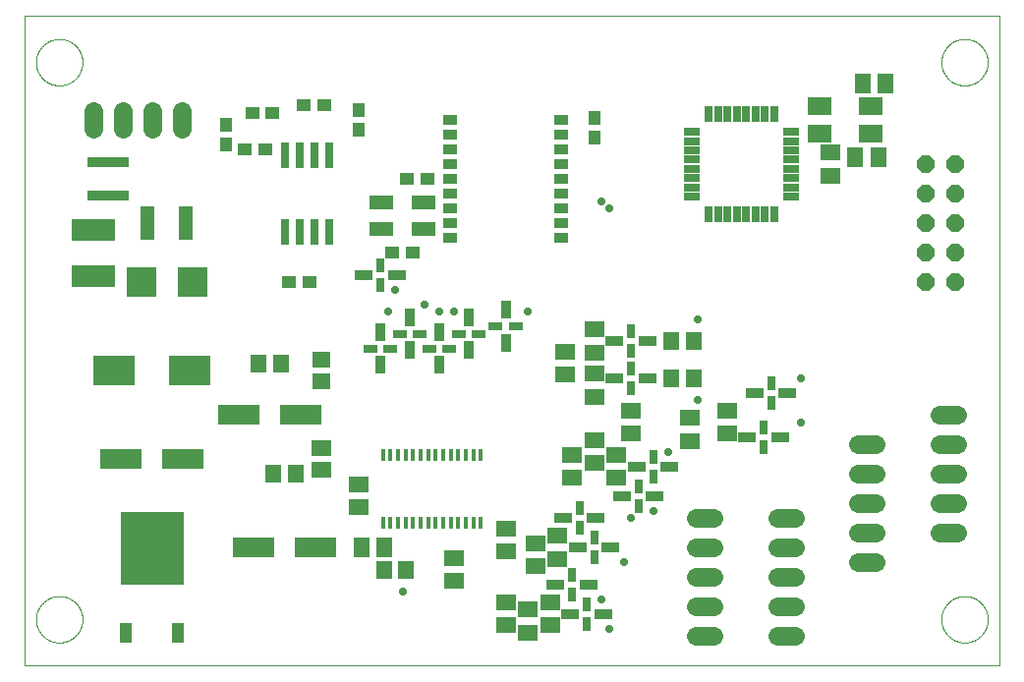
<source format=gts>
G75*
%MOIN*%
%OFA0B0*%
%FSLAX25Y25*%
%IPPOS*%
%LPD*%
%AMOC8*
5,1,8,0,0,1.08239X$1,22.5*
%
%ADD10C,0.00004*%
%ADD11R,0.05124X0.11424*%
%ADD12R,0.05518X0.06699*%
%ADD13R,0.06699X0.05518*%
%ADD14R,0.14180X0.10243*%
%ADD15R,0.14180X0.06699*%
%ADD16R,0.05518X0.06306*%
%ADD17R,0.06306X0.05518*%
%ADD18R,0.04337X0.04731*%
%ADD19R,0.04731X0.04337*%
%ADD20R,0.05912X0.03550*%
%ADD21R,0.02762X0.04731*%
%ADD22R,0.03550X0.05912*%
%ADD23R,0.04731X0.02762*%
%ADD24R,0.09849X0.09849*%
%ADD25R,0.21660X0.24809*%
%ADD26R,0.04337X0.06699*%
%ADD27R,0.05400X0.02600*%
%ADD28R,0.02600X0.05400*%
%ADD29R,0.14573X0.07487*%
%ADD30R,0.07880X0.05912*%
%ADD31R,0.07880X0.04731*%
%ADD32R,0.14180X0.03550*%
%ADD33C,0.06400*%
%ADD34C,0.02762*%
%ADD35R,0.01600X0.04300*%
%ADD36R,0.04900X0.03400*%
%ADD37R,0.02762X0.09061*%
%ADD38OC8,0.06000*%
D10*
X0008565Y0001698D02*
X0008565Y0222171D01*
X0339274Y0222171D01*
X0339274Y0001698D01*
X0008565Y0001698D01*
X0012502Y0017446D02*
X0012504Y0017639D01*
X0012511Y0017832D01*
X0012523Y0018025D01*
X0012540Y0018218D01*
X0012561Y0018410D01*
X0012587Y0018601D01*
X0012618Y0018792D01*
X0012653Y0018982D01*
X0012693Y0019171D01*
X0012738Y0019359D01*
X0012787Y0019546D01*
X0012841Y0019732D01*
X0012899Y0019916D01*
X0012962Y0020099D01*
X0013030Y0020280D01*
X0013101Y0020459D01*
X0013178Y0020637D01*
X0013258Y0020813D01*
X0013343Y0020986D01*
X0013432Y0021158D01*
X0013525Y0021327D01*
X0013622Y0021494D01*
X0013724Y0021659D01*
X0013829Y0021821D01*
X0013938Y0021980D01*
X0014052Y0022137D01*
X0014169Y0022290D01*
X0014289Y0022441D01*
X0014414Y0022589D01*
X0014542Y0022734D01*
X0014673Y0022875D01*
X0014808Y0023014D01*
X0014947Y0023149D01*
X0015088Y0023280D01*
X0015233Y0023408D01*
X0015381Y0023533D01*
X0015532Y0023653D01*
X0015685Y0023770D01*
X0015842Y0023884D01*
X0016001Y0023993D01*
X0016163Y0024098D01*
X0016328Y0024200D01*
X0016495Y0024297D01*
X0016664Y0024390D01*
X0016836Y0024479D01*
X0017009Y0024564D01*
X0017185Y0024644D01*
X0017363Y0024721D01*
X0017542Y0024792D01*
X0017723Y0024860D01*
X0017906Y0024923D01*
X0018090Y0024981D01*
X0018276Y0025035D01*
X0018463Y0025084D01*
X0018651Y0025129D01*
X0018840Y0025169D01*
X0019030Y0025204D01*
X0019221Y0025235D01*
X0019412Y0025261D01*
X0019604Y0025282D01*
X0019797Y0025299D01*
X0019990Y0025311D01*
X0020183Y0025318D01*
X0020376Y0025320D01*
X0020569Y0025318D01*
X0020762Y0025311D01*
X0020955Y0025299D01*
X0021148Y0025282D01*
X0021340Y0025261D01*
X0021531Y0025235D01*
X0021722Y0025204D01*
X0021912Y0025169D01*
X0022101Y0025129D01*
X0022289Y0025084D01*
X0022476Y0025035D01*
X0022662Y0024981D01*
X0022846Y0024923D01*
X0023029Y0024860D01*
X0023210Y0024792D01*
X0023389Y0024721D01*
X0023567Y0024644D01*
X0023743Y0024564D01*
X0023916Y0024479D01*
X0024088Y0024390D01*
X0024257Y0024297D01*
X0024424Y0024200D01*
X0024589Y0024098D01*
X0024751Y0023993D01*
X0024910Y0023884D01*
X0025067Y0023770D01*
X0025220Y0023653D01*
X0025371Y0023533D01*
X0025519Y0023408D01*
X0025664Y0023280D01*
X0025805Y0023149D01*
X0025944Y0023014D01*
X0026079Y0022875D01*
X0026210Y0022734D01*
X0026338Y0022589D01*
X0026463Y0022441D01*
X0026583Y0022290D01*
X0026700Y0022137D01*
X0026814Y0021980D01*
X0026923Y0021821D01*
X0027028Y0021659D01*
X0027130Y0021494D01*
X0027227Y0021327D01*
X0027320Y0021158D01*
X0027409Y0020986D01*
X0027494Y0020813D01*
X0027574Y0020637D01*
X0027651Y0020459D01*
X0027722Y0020280D01*
X0027790Y0020099D01*
X0027853Y0019916D01*
X0027911Y0019732D01*
X0027965Y0019546D01*
X0028014Y0019359D01*
X0028059Y0019171D01*
X0028099Y0018982D01*
X0028134Y0018792D01*
X0028165Y0018601D01*
X0028191Y0018410D01*
X0028212Y0018218D01*
X0028229Y0018025D01*
X0028241Y0017832D01*
X0028248Y0017639D01*
X0028250Y0017446D01*
X0028248Y0017253D01*
X0028241Y0017060D01*
X0028229Y0016867D01*
X0028212Y0016674D01*
X0028191Y0016482D01*
X0028165Y0016291D01*
X0028134Y0016100D01*
X0028099Y0015910D01*
X0028059Y0015721D01*
X0028014Y0015533D01*
X0027965Y0015346D01*
X0027911Y0015160D01*
X0027853Y0014976D01*
X0027790Y0014793D01*
X0027722Y0014612D01*
X0027651Y0014433D01*
X0027574Y0014255D01*
X0027494Y0014079D01*
X0027409Y0013906D01*
X0027320Y0013734D01*
X0027227Y0013565D01*
X0027130Y0013398D01*
X0027028Y0013233D01*
X0026923Y0013071D01*
X0026814Y0012912D01*
X0026700Y0012755D01*
X0026583Y0012602D01*
X0026463Y0012451D01*
X0026338Y0012303D01*
X0026210Y0012158D01*
X0026079Y0012017D01*
X0025944Y0011878D01*
X0025805Y0011743D01*
X0025664Y0011612D01*
X0025519Y0011484D01*
X0025371Y0011359D01*
X0025220Y0011239D01*
X0025067Y0011122D01*
X0024910Y0011008D01*
X0024751Y0010899D01*
X0024589Y0010794D01*
X0024424Y0010692D01*
X0024257Y0010595D01*
X0024088Y0010502D01*
X0023916Y0010413D01*
X0023743Y0010328D01*
X0023567Y0010248D01*
X0023389Y0010171D01*
X0023210Y0010100D01*
X0023029Y0010032D01*
X0022846Y0009969D01*
X0022662Y0009911D01*
X0022476Y0009857D01*
X0022289Y0009808D01*
X0022101Y0009763D01*
X0021912Y0009723D01*
X0021722Y0009688D01*
X0021531Y0009657D01*
X0021340Y0009631D01*
X0021148Y0009610D01*
X0020955Y0009593D01*
X0020762Y0009581D01*
X0020569Y0009574D01*
X0020376Y0009572D01*
X0020183Y0009574D01*
X0019990Y0009581D01*
X0019797Y0009593D01*
X0019604Y0009610D01*
X0019412Y0009631D01*
X0019221Y0009657D01*
X0019030Y0009688D01*
X0018840Y0009723D01*
X0018651Y0009763D01*
X0018463Y0009808D01*
X0018276Y0009857D01*
X0018090Y0009911D01*
X0017906Y0009969D01*
X0017723Y0010032D01*
X0017542Y0010100D01*
X0017363Y0010171D01*
X0017185Y0010248D01*
X0017009Y0010328D01*
X0016836Y0010413D01*
X0016664Y0010502D01*
X0016495Y0010595D01*
X0016328Y0010692D01*
X0016163Y0010794D01*
X0016001Y0010899D01*
X0015842Y0011008D01*
X0015685Y0011122D01*
X0015532Y0011239D01*
X0015381Y0011359D01*
X0015233Y0011484D01*
X0015088Y0011612D01*
X0014947Y0011743D01*
X0014808Y0011878D01*
X0014673Y0012017D01*
X0014542Y0012158D01*
X0014414Y0012303D01*
X0014289Y0012451D01*
X0014169Y0012602D01*
X0014052Y0012755D01*
X0013938Y0012912D01*
X0013829Y0013071D01*
X0013724Y0013233D01*
X0013622Y0013398D01*
X0013525Y0013565D01*
X0013432Y0013734D01*
X0013343Y0013906D01*
X0013258Y0014079D01*
X0013178Y0014255D01*
X0013101Y0014433D01*
X0013030Y0014612D01*
X0012962Y0014793D01*
X0012899Y0014976D01*
X0012841Y0015160D01*
X0012787Y0015346D01*
X0012738Y0015533D01*
X0012693Y0015721D01*
X0012653Y0015910D01*
X0012618Y0016100D01*
X0012587Y0016291D01*
X0012561Y0016482D01*
X0012540Y0016674D01*
X0012523Y0016867D01*
X0012511Y0017060D01*
X0012504Y0017253D01*
X0012502Y0017446D01*
X0012502Y0206423D02*
X0012504Y0206616D01*
X0012511Y0206809D01*
X0012523Y0207002D01*
X0012540Y0207195D01*
X0012561Y0207387D01*
X0012587Y0207578D01*
X0012618Y0207769D01*
X0012653Y0207959D01*
X0012693Y0208148D01*
X0012738Y0208336D01*
X0012787Y0208523D01*
X0012841Y0208709D01*
X0012899Y0208893D01*
X0012962Y0209076D01*
X0013030Y0209257D01*
X0013101Y0209436D01*
X0013178Y0209614D01*
X0013258Y0209790D01*
X0013343Y0209963D01*
X0013432Y0210135D01*
X0013525Y0210304D01*
X0013622Y0210471D01*
X0013724Y0210636D01*
X0013829Y0210798D01*
X0013938Y0210957D01*
X0014052Y0211114D01*
X0014169Y0211267D01*
X0014289Y0211418D01*
X0014414Y0211566D01*
X0014542Y0211711D01*
X0014673Y0211852D01*
X0014808Y0211991D01*
X0014947Y0212126D01*
X0015088Y0212257D01*
X0015233Y0212385D01*
X0015381Y0212510D01*
X0015532Y0212630D01*
X0015685Y0212747D01*
X0015842Y0212861D01*
X0016001Y0212970D01*
X0016163Y0213075D01*
X0016328Y0213177D01*
X0016495Y0213274D01*
X0016664Y0213367D01*
X0016836Y0213456D01*
X0017009Y0213541D01*
X0017185Y0213621D01*
X0017363Y0213698D01*
X0017542Y0213769D01*
X0017723Y0213837D01*
X0017906Y0213900D01*
X0018090Y0213958D01*
X0018276Y0214012D01*
X0018463Y0214061D01*
X0018651Y0214106D01*
X0018840Y0214146D01*
X0019030Y0214181D01*
X0019221Y0214212D01*
X0019412Y0214238D01*
X0019604Y0214259D01*
X0019797Y0214276D01*
X0019990Y0214288D01*
X0020183Y0214295D01*
X0020376Y0214297D01*
X0020569Y0214295D01*
X0020762Y0214288D01*
X0020955Y0214276D01*
X0021148Y0214259D01*
X0021340Y0214238D01*
X0021531Y0214212D01*
X0021722Y0214181D01*
X0021912Y0214146D01*
X0022101Y0214106D01*
X0022289Y0214061D01*
X0022476Y0214012D01*
X0022662Y0213958D01*
X0022846Y0213900D01*
X0023029Y0213837D01*
X0023210Y0213769D01*
X0023389Y0213698D01*
X0023567Y0213621D01*
X0023743Y0213541D01*
X0023916Y0213456D01*
X0024088Y0213367D01*
X0024257Y0213274D01*
X0024424Y0213177D01*
X0024589Y0213075D01*
X0024751Y0212970D01*
X0024910Y0212861D01*
X0025067Y0212747D01*
X0025220Y0212630D01*
X0025371Y0212510D01*
X0025519Y0212385D01*
X0025664Y0212257D01*
X0025805Y0212126D01*
X0025944Y0211991D01*
X0026079Y0211852D01*
X0026210Y0211711D01*
X0026338Y0211566D01*
X0026463Y0211418D01*
X0026583Y0211267D01*
X0026700Y0211114D01*
X0026814Y0210957D01*
X0026923Y0210798D01*
X0027028Y0210636D01*
X0027130Y0210471D01*
X0027227Y0210304D01*
X0027320Y0210135D01*
X0027409Y0209963D01*
X0027494Y0209790D01*
X0027574Y0209614D01*
X0027651Y0209436D01*
X0027722Y0209257D01*
X0027790Y0209076D01*
X0027853Y0208893D01*
X0027911Y0208709D01*
X0027965Y0208523D01*
X0028014Y0208336D01*
X0028059Y0208148D01*
X0028099Y0207959D01*
X0028134Y0207769D01*
X0028165Y0207578D01*
X0028191Y0207387D01*
X0028212Y0207195D01*
X0028229Y0207002D01*
X0028241Y0206809D01*
X0028248Y0206616D01*
X0028250Y0206423D01*
X0028248Y0206230D01*
X0028241Y0206037D01*
X0028229Y0205844D01*
X0028212Y0205651D01*
X0028191Y0205459D01*
X0028165Y0205268D01*
X0028134Y0205077D01*
X0028099Y0204887D01*
X0028059Y0204698D01*
X0028014Y0204510D01*
X0027965Y0204323D01*
X0027911Y0204137D01*
X0027853Y0203953D01*
X0027790Y0203770D01*
X0027722Y0203589D01*
X0027651Y0203410D01*
X0027574Y0203232D01*
X0027494Y0203056D01*
X0027409Y0202883D01*
X0027320Y0202711D01*
X0027227Y0202542D01*
X0027130Y0202375D01*
X0027028Y0202210D01*
X0026923Y0202048D01*
X0026814Y0201889D01*
X0026700Y0201732D01*
X0026583Y0201579D01*
X0026463Y0201428D01*
X0026338Y0201280D01*
X0026210Y0201135D01*
X0026079Y0200994D01*
X0025944Y0200855D01*
X0025805Y0200720D01*
X0025664Y0200589D01*
X0025519Y0200461D01*
X0025371Y0200336D01*
X0025220Y0200216D01*
X0025067Y0200099D01*
X0024910Y0199985D01*
X0024751Y0199876D01*
X0024589Y0199771D01*
X0024424Y0199669D01*
X0024257Y0199572D01*
X0024088Y0199479D01*
X0023916Y0199390D01*
X0023743Y0199305D01*
X0023567Y0199225D01*
X0023389Y0199148D01*
X0023210Y0199077D01*
X0023029Y0199009D01*
X0022846Y0198946D01*
X0022662Y0198888D01*
X0022476Y0198834D01*
X0022289Y0198785D01*
X0022101Y0198740D01*
X0021912Y0198700D01*
X0021722Y0198665D01*
X0021531Y0198634D01*
X0021340Y0198608D01*
X0021148Y0198587D01*
X0020955Y0198570D01*
X0020762Y0198558D01*
X0020569Y0198551D01*
X0020376Y0198549D01*
X0020183Y0198551D01*
X0019990Y0198558D01*
X0019797Y0198570D01*
X0019604Y0198587D01*
X0019412Y0198608D01*
X0019221Y0198634D01*
X0019030Y0198665D01*
X0018840Y0198700D01*
X0018651Y0198740D01*
X0018463Y0198785D01*
X0018276Y0198834D01*
X0018090Y0198888D01*
X0017906Y0198946D01*
X0017723Y0199009D01*
X0017542Y0199077D01*
X0017363Y0199148D01*
X0017185Y0199225D01*
X0017009Y0199305D01*
X0016836Y0199390D01*
X0016664Y0199479D01*
X0016495Y0199572D01*
X0016328Y0199669D01*
X0016163Y0199771D01*
X0016001Y0199876D01*
X0015842Y0199985D01*
X0015685Y0200099D01*
X0015532Y0200216D01*
X0015381Y0200336D01*
X0015233Y0200461D01*
X0015088Y0200589D01*
X0014947Y0200720D01*
X0014808Y0200855D01*
X0014673Y0200994D01*
X0014542Y0201135D01*
X0014414Y0201280D01*
X0014289Y0201428D01*
X0014169Y0201579D01*
X0014052Y0201732D01*
X0013938Y0201889D01*
X0013829Y0202048D01*
X0013724Y0202210D01*
X0013622Y0202375D01*
X0013525Y0202542D01*
X0013432Y0202711D01*
X0013343Y0202883D01*
X0013258Y0203056D01*
X0013178Y0203232D01*
X0013101Y0203410D01*
X0013030Y0203589D01*
X0012962Y0203770D01*
X0012899Y0203953D01*
X0012841Y0204137D01*
X0012787Y0204323D01*
X0012738Y0204510D01*
X0012693Y0204698D01*
X0012653Y0204887D01*
X0012618Y0205077D01*
X0012587Y0205268D01*
X0012561Y0205459D01*
X0012540Y0205651D01*
X0012523Y0205844D01*
X0012511Y0206037D01*
X0012504Y0206230D01*
X0012502Y0206423D01*
X0319589Y0206423D02*
X0319591Y0206616D01*
X0319598Y0206809D01*
X0319610Y0207002D01*
X0319627Y0207195D01*
X0319648Y0207387D01*
X0319674Y0207578D01*
X0319705Y0207769D01*
X0319740Y0207959D01*
X0319780Y0208148D01*
X0319825Y0208336D01*
X0319874Y0208523D01*
X0319928Y0208709D01*
X0319986Y0208893D01*
X0320049Y0209076D01*
X0320117Y0209257D01*
X0320188Y0209436D01*
X0320265Y0209614D01*
X0320345Y0209790D01*
X0320430Y0209963D01*
X0320519Y0210135D01*
X0320612Y0210304D01*
X0320709Y0210471D01*
X0320811Y0210636D01*
X0320916Y0210798D01*
X0321025Y0210957D01*
X0321139Y0211114D01*
X0321256Y0211267D01*
X0321376Y0211418D01*
X0321501Y0211566D01*
X0321629Y0211711D01*
X0321760Y0211852D01*
X0321895Y0211991D01*
X0322034Y0212126D01*
X0322175Y0212257D01*
X0322320Y0212385D01*
X0322468Y0212510D01*
X0322619Y0212630D01*
X0322772Y0212747D01*
X0322929Y0212861D01*
X0323088Y0212970D01*
X0323250Y0213075D01*
X0323415Y0213177D01*
X0323582Y0213274D01*
X0323751Y0213367D01*
X0323923Y0213456D01*
X0324096Y0213541D01*
X0324272Y0213621D01*
X0324450Y0213698D01*
X0324629Y0213769D01*
X0324810Y0213837D01*
X0324993Y0213900D01*
X0325177Y0213958D01*
X0325363Y0214012D01*
X0325550Y0214061D01*
X0325738Y0214106D01*
X0325927Y0214146D01*
X0326117Y0214181D01*
X0326308Y0214212D01*
X0326499Y0214238D01*
X0326691Y0214259D01*
X0326884Y0214276D01*
X0327077Y0214288D01*
X0327270Y0214295D01*
X0327463Y0214297D01*
X0327656Y0214295D01*
X0327849Y0214288D01*
X0328042Y0214276D01*
X0328235Y0214259D01*
X0328427Y0214238D01*
X0328618Y0214212D01*
X0328809Y0214181D01*
X0328999Y0214146D01*
X0329188Y0214106D01*
X0329376Y0214061D01*
X0329563Y0214012D01*
X0329749Y0213958D01*
X0329933Y0213900D01*
X0330116Y0213837D01*
X0330297Y0213769D01*
X0330476Y0213698D01*
X0330654Y0213621D01*
X0330830Y0213541D01*
X0331003Y0213456D01*
X0331175Y0213367D01*
X0331344Y0213274D01*
X0331511Y0213177D01*
X0331676Y0213075D01*
X0331838Y0212970D01*
X0331997Y0212861D01*
X0332154Y0212747D01*
X0332307Y0212630D01*
X0332458Y0212510D01*
X0332606Y0212385D01*
X0332751Y0212257D01*
X0332892Y0212126D01*
X0333031Y0211991D01*
X0333166Y0211852D01*
X0333297Y0211711D01*
X0333425Y0211566D01*
X0333550Y0211418D01*
X0333670Y0211267D01*
X0333787Y0211114D01*
X0333901Y0210957D01*
X0334010Y0210798D01*
X0334115Y0210636D01*
X0334217Y0210471D01*
X0334314Y0210304D01*
X0334407Y0210135D01*
X0334496Y0209963D01*
X0334581Y0209790D01*
X0334661Y0209614D01*
X0334738Y0209436D01*
X0334809Y0209257D01*
X0334877Y0209076D01*
X0334940Y0208893D01*
X0334998Y0208709D01*
X0335052Y0208523D01*
X0335101Y0208336D01*
X0335146Y0208148D01*
X0335186Y0207959D01*
X0335221Y0207769D01*
X0335252Y0207578D01*
X0335278Y0207387D01*
X0335299Y0207195D01*
X0335316Y0207002D01*
X0335328Y0206809D01*
X0335335Y0206616D01*
X0335337Y0206423D01*
X0335335Y0206230D01*
X0335328Y0206037D01*
X0335316Y0205844D01*
X0335299Y0205651D01*
X0335278Y0205459D01*
X0335252Y0205268D01*
X0335221Y0205077D01*
X0335186Y0204887D01*
X0335146Y0204698D01*
X0335101Y0204510D01*
X0335052Y0204323D01*
X0334998Y0204137D01*
X0334940Y0203953D01*
X0334877Y0203770D01*
X0334809Y0203589D01*
X0334738Y0203410D01*
X0334661Y0203232D01*
X0334581Y0203056D01*
X0334496Y0202883D01*
X0334407Y0202711D01*
X0334314Y0202542D01*
X0334217Y0202375D01*
X0334115Y0202210D01*
X0334010Y0202048D01*
X0333901Y0201889D01*
X0333787Y0201732D01*
X0333670Y0201579D01*
X0333550Y0201428D01*
X0333425Y0201280D01*
X0333297Y0201135D01*
X0333166Y0200994D01*
X0333031Y0200855D01*
X0332892Y0200720D01*
X0332751Y0200589D01*
X0332606Y0200461D01*
X0332458Y0200336D01*
X0332307Y0200216D01*
X0332154Y0200099D01*
X0331997Y0199985D01*
X0331838Y0199876D01*
X0331676Y0199771D01*
X0331511Y0199669D01*
X0331344Y0199572D01*
X0331175Y0199479D01*
X0331003Y0199390D01*
X0330830Y0199305D01*
X0330654Y0199225D01*
X0330476Y0199148D01*
X0330297Y0199077D01*
X0330116Y0199009D01*
X0329933Y0198946D01*
X0329749Y0198888D01*
X0329563Y0198834D01*
X0329376Y0198785D01*
X0329188Y0198740D01*
X0328999Y0198700D01*
X0328809Y0198665D01*
X0328618Y0198634D01*
X0328427Y0198608D01*
X0328235Y0198587D01*
X0328042Y0198570D01*
X0327849Y0198558D01*
X0327656Y0198551D01*
X0327463Y0198549D01*
X0327270Y0198551D01*
X0327077Y0198558D01*
X0326884Y0198570D01*
X0326691Y0198587D01*
X0326499Y0198608D01*
X0326308Y0198634D01*
X0326117Y0198665D01*
X0325927Y0198700D01*
X0325738Y0198740D01*
X0325550Y0198785D01*
X0325363Y0198834D01*
X0325177Y0198888D01*
X0324993Y0198946D01*
X0324810Y0199009D01*
X0324629Y0199077D01*
X0324450Y0199148D01*
X0324272Y0199225D01*
X0324096Y0199305D01*
X0323923Y0199390D01*
X0323751Y0199479D01*
X0323582Y0199572D01*
X0323415Y0199669D01*
X0323250Y0199771D01*
X0323088Y0199876D01*
X0322929Y0199985D01*
X0322772Y0200099D01*
X0322619Y0200216D01*
X0322468Y0200336D01*
X0322320Y0200461D01*
X0322175Y0200589D01*
X0322034Y0200720D01*
X0321895Y0200855D01*
X0321760Y0200994D01*
X0321629Y0201135D01*
X0321501Y0201280D01*
X0321376Y0201428D01*
X0321256Y0201579D01*
X0321139Y0201732D01*
X0321025Y0201889D01*
X0320916Y0202048D01*
X0320811Y0202210D01*
X0320709Y0202375D01*
X0320612Y0202542D01*
X0320519Y0202711D01*
X0320430Y0202883D01*
X0320345Y0203056D01*
X0320265Y0203232D01*
X0320188Y0203410D01*
X0320117Y0203589D01*
X0320049Y0203770D01*
X0319986Y0203953D01*
X0319928Y0204137D01*
X0319874Y0204323D01*
X0319825Y0204510D01*
X0319780Y0204698D01*
X0319740Y0204887D01*
X0319705Y0205077D01*
X0319674Y0205268D01*
X0319648Y0205459D01*
X0319627Y0205651D01*
X0319610Y0205844D01*
X0319598Y0206037D01*
X0319591Y0206230D01*
X0319589Y0206423D01*
X0319589Y0017446D02*
X0319591Y0017639D01*
X0319598Y0017832D01*
X0319610Y0018025D01*
X0319627Y0018218D01*
X0319648Y0018410D01*
X0319674Y0018601D01*
X0319705Y0018792D01*
X0319740Y0018982D01*
X0319780Y0019171D01*
X0319825Y0019359D01*
X0319874Y0019546D01*
X0319928Y0019732D01*
X0319986Y0019916D01*
X0320049Y0020099D01*
X0320117Y0020280D01*
X0320188Y0020459D01*
X0320265Y0020637D01*
X0320345Y0020813D01*
X0320430Y0020986D01*
X0320519Y0021158D01*
X0320612Y0021327D01*
X0320709Y0021494D01*
X0320811Y0021659D01*
X0320916Y0021821D01*
X0321025Y0021980D01*
X0321139Y0022137D01*
X0321256Y0022290D01*
X0321376Y0022441D01*
X0321501Y0022589D01*
X0321629Y0022734D01*
X0321760Y0022875D01*
X0321895Y0023014D01*
X0322034Y0023149D01*
X0322175Y0023280D01*
X0322320Y0023408D01*
X0322468Y0023533D01*
X0322619Y0023653D01*
X0322772Y0023770D01*
X0322929Y0023884D01*
X0323088Y0023993D01*
X0323250Y0024098D01*
X0323415Y0024200D01*
X0323582Y0024297D01*
X0323751Y0024390D01*
X0323923Y0024479D01*
X0324096Y0024564D01*
X0324272Y0024644D01*
X0324450Y0024721D01*
X0324629Y0024792D01*
X0324810Y0024860D01*
X0324993Y0024923D01*
X0325177Y0024981D01*
X0325363Y0025035D01*
X0325550Y0025084D01*
X0325738Y0025129D01*
X0325927Y0025169D01*
X0326117Y0025204D01*
X0326308Y0025235D01*
X0326499Y0025261D01*
X0326691Y0025282D01*
X0326884Y0025299D01*
X0327077Y0025311D01*
X0327270Y0025318D01*
X0327463Y0025320D01*
X0327656Y0025318D01*
X0327849Y0025311D01*
X0328042Y0025299D01*
X0328235Y0025282D01*
X0328427Y0025261D01*
X0328618Y0025235D01*
X0328809Y0025204D01*
X0328999Y0025169D01*
X0329188Y0025129D01*
X0329376Y0025084D01*
X0329563Y0025035D01*
X0329749Y0024981D01*
X0329933Y0024923D01*
X0330116Y0024860D01*
X0330297Y0024792D01*
X0330476Y0024721D01*
X0330654Y0024644D01*
X0330830Y0024564D01*
X0331003Y0024479D01*
X0331175Y0024390D01*
X0331344Y0024297D01*
X0331511Y0024200D01*
X0331676Y0024098D01*
X0331838Y0023993D01*
X0331997Y0023884D01*
X0332154Y0023770D01*
X0332307Y0023653D01*
X0332458Y0023533D01*
X0332606Y0023408D01*
X0332751Y0023280D01*
X0332892Y0023149D01*
X0333031Y0023014D01*
X0333166Y0022875D01*
X0333297Y0022734D01*
X0333425Y0022589D01*
X0333550Y0022441D01*
X0333670Y0022290D01*
X0333787Y0022137D01*
X0333901Y0021980D01*
X0334010Y0021821D01*
X0334115Y0021659D01*
X0334217Y0021494D01*
X0334314Y0021327D01*
X0334407Y0021158D01*
X0334496Y0020986D01*
X0334581Y0020813D01*
X0334661Y0020637D01*
X0334738Y0020459D01*
X0334809Y0020280D01*
X0334877Y0020099D01*
X0334940Y0019916D01*
X0334998Y0019732D01*
X0335052Y0019546D01*
X0335101Y0019359D01*
X0335146Y0019171D01*
X0335186Y0018982D01*
X0335221Y0018792D01*
X0335252Y0018601D01*
X0335278Y0018410D01*
X0335299Y0018218D01*
X0335316Y0018025D01*
X0335328Y0017832D01*
X0335335Y0017639D01*
X0335337Y0017446D01*
X0335335Y0017253D01*
X0335328Y0017060D01*
X0335316Y0016867D01*
X0335299Y0016674D01*
X0335278Y0016482D01*
X0335252Y0016291D01*
X0335221Y0016100D01*
X0335186Y0015910D01*
X0335146Y0015721D01*
X0335101Y0015533D01*
X0335052Y0015346D01*
X0334998Y0015160D01*
X0334940Y0014976D01*
X0334877Y0014793D01*
X0334809Y0014612D01*
X0334738Y0014433D01*
X0334661Y0014255D01*
X0334581Y0014079D01*
X0334496Y0013906D01*
X0334407Y0013734D01*
X0334314Y0013565D01*
X0334217Y0013398D01*
X0334115Y0013233D01*
X0334010Y0013071D01*
X0333901Y0012912D01*
X0333787Y0012755D01*
X0333670Y0012602D01*
X0333550Y0012451D01*
X0333425Y0012303D01*
X0333297Y0012158D01*
X0333166Y0012017D01*
X0333031Y0011878D01*
X0332892Y0011743D01*
X0332751Y0011612D01*
X0332606Y0011484D01*
X0332458Y0011359D01*
X0332307Y0011239D01*
X0332154Y0011122D01*
X0331997Y0011008D01*
X0331838Y0010899D01*
X0331676Y0010794D01*
X0331511Y0010692D01*
X0331344Y0010595D01*
X0331175Y0010502D01*
X0331003Y0010413D01*
X0330830Y0010328D01*
X0330654Y0010248D01*
X0330476Y0010171D01*
X0330297Y0010100D01*
X0330116Y0010032D01*
X0329933Y0009969D01*
X0329749Y0009911D01*
X0329563Y0009857D01*
X0329376Y0009808D01*
X0329188Y0009763D01*
X0328999Y0009723D01*
X0328809Y0009688D01*
X0328618Y0009657D01*
X0328427Y0009631D01*
X0328235Y0009610D01*
X0328042Y0009593D01*
X0327849Y0009581D01*
X0327656Y0009574D01*
X0327463Y0009572D01*
X0327270Y0009574D01*
X0327077Y0009581D01*
X0326884Y0009593D01*
X0326691Y0009610D01*
X0326499Y0009631D01*
X0326308Y0009657D01*
X0326117Y0009688D01*
X0325927Y0009723D01*
X0325738Y0009763D01*
X0325550Y0009808D01*
X0325363Y0009857D01*
X0325177Y0009911D01*
X0324993Y0009969D01*
X0324810Y0010032D01*
X0324629Y0010100D01*
X0324450Y0010171D01*
X0324272Y0010248D01*
X0324096Y0010328D01*
X0323923Y0010413D01*
X0323751Y0010502D01*
X0323582Y0010595D01*
X0323415Y0010692D01*
X0323250Y0010794D01*
X0323088Y0010899D01*
X0322929Y0011008D01*
X0322772Y0011122D01*
X0322619Y0011239D01*
X0322468Y0011359D01*
X0322320Y0011484D01*
X0322175Y0011612D01*
X0322034Y0011743D01*
X0321895Y0011878D01*
X0321760Y0012017D01*
X0321629Y0012158D01*
X0321501Y0012303D01*
X0321376Y0012451D01*
X0321256Y0012602D01*
X0321139Y0012755D01*
X0321025Y0012912D01*
X0320916Y0013071D01*
X0320811Y0013233D01*
X0320709Y0013398D01*
X0320612Y0013565D01*
X0320519Y0013734D01*
X0320430Y0013906D01*
X0320345Y0014079D01*
X0320265Y0014255D01*
X0320188Y0014433D01*
X0320117Y0014612D01*
X0320049Y0014793D01*
X0319986Y0014976D01*
X0319928Y0015160D01*
X0319874Y0015346D01*
X0319825Y0015533D01*
X0319780Y0015721D01*
X0319740Y0015910D01*
X0319705Y0016100D01*
X0319674Y0016291D01*
X0319648Y0016482D01*
X0319627Y0016674D01*
X0319610Y0016867D01*
X0319598Y0017060D01*
X0319591Y0017253D01*
X0319589Y0017446D01*
D11*
X0063296Y0151800D03*
X0050304Y0151800D03*
D12*
X0122863Y0041800D03*
X0130737Y0041800D03*
X0290363Y0174300D03*
X0298237Y0174300D03*
X0300737Y0199300D03*
X0292863Y0199300D03*
D13*
X0281800Y0175737D03*
X0281800Y0167863D03*
X0201800Y0115737D03*
X0201800Y0107863D03*
X0191800Y0108237D03*
X0201800Y0100737D03*
X0191800Y0100363D03*
X0201800Y0092863D03*
X0214300Y0088237D03*
X0214300Y0080363D03*
X0209300Y0073237D03*
X0209300Y0065363D03*
X0201800Y0070363D03*
X0194300Y0073237D03*
X0201800Y0078237D03*
X0194300Y0065363D03*
X0171800Y0048237D03*
X0171800Y0040363D03*
X0181800Y0043237D03*
X0189300Y0045737D03*
X0189300Y0037863D03*
X0181800Y0035363D03*
X0186800Y0023237D03*
X0179300Y0020737D03*
X0171800Y0023237D03*
X0171800Y0015363D03*
X0179300Y0012863D03*
X0186800Y0015363D03*
X0154300Y0030363D03*
X0154300Y0038237D03*
X0121800Y0055363D03*
X0121800Y0063237D03*
X0109300Y0068060D03*
X0109300Y0075540D03*
X0234300Y0077863D03*
X0246800Y0080363D03*
X0234300Y0085737D03*
X0246800Y0088237D03*
D14*
X0064595Y0101800D03*
X0039005Y0101800D03*
D15*
X0081170Y0086800D03*
X0102430Y0086800D03*
X0062430Y0071800D03*
X0041170Y0071800D03*
X0086170Y0041800D03*
X0107430Y0041800D03*
D16*
X0130560Y0034300D03*
X0138040Y0034300D03*
X0100540Y0066800D03*
X0093060Y0066800D03*
X0095540Y0104300D03*
X0088060Y0104300D03*
X0228060Y0099300D03*
X0235540Y0099300D03*
X0235540Y0111800D03*
X0228060Y0111800D03*
D17*
X0109300Y0105540D03*
X0109300Y0098060D03*
D18*
X0076800Y0178454D03*
X0076800Y0185146D03*
X0121800Y0183454D03*
X0121800Y0190146D03*
X0201800Y0187646D03*
X0201800Y0180954D03*
D19*
X0145146Y0166800D03*
X0138454Y0166800D03*
X0140146Y0141800D03*
X0133454Y0141800D03*
X0105146Y0131800D03*
X0098454Y0131800D03*
X0090146Y0176800D03*
X0083454Y0176800D03*
X0085954Y0189300D03*
X0092646Y0189300D03*
X0103454Y0191800D03*
X0110146Y0191800D03*
D20*
X0123690Y0134300D03*
X0134910Y0134300D03*
X0208690Y0111800D03*
X0219910Y0111800D03*
X0219910Y0099300D03*
X0208690Y0099300D03*
X0253690Y0079300D03*
X0264910Y0079300D03*
X0267410Y0094300D03*
X0256190Y0094300D03*
X0227410Y0069300D03*
X0216190Y0069300D03*
X0211190Y0059300D03*
X0222410Y0059300D03*
X0202410Y0051800D03*
X0191190Y0051800D03*
X0196190Y0041800D03*
X0207410Y0041800D03*
X0199910Y0029300D03*
X0188690Y0029300D03*
X0193690Y0019300D03*
X0204910Y0019300D03*
D21*
X0199300Y0015954D03*
X0199300Y0022646D03*
X0194300Y0025954D03*
X0194300Y0032646D03*
X0201800Y0038454D03*
X0201800Y0045146D03*
X0196800Y0048454D03*
X0196800Y0055146D03*
X0216800Y0055954D03*
X0216800Y0062646D03*
X0221800Y0065954D03*
X0221800Y0072646D03*
X0214300Y0095954D03*
X0214300Y0102646D03*
X0214300Y0108454D03*
X0214300Y0115146D03*
X0261800Y0097646D03*
X0261800Y0090954D03*
X0259300Y0082646D03*
X0259300Y0075954D03*
X0129300Y0130954D03*
X0129300Y0137646D03*
D22*
X0139300Y0119910D03*
X0129300Y0114910D03*
X0139300Y0108690D03*
X0129300Y0103690D03*
X0149300Y0103690D03*
X0159300Y0108690D03*
X0149300Y0114910D03*
X0159300Y0119910D03*
X0171800Y0122410D03*
X0171800Y0111190D03*
D23*
X0168454Y0116800D03*
X0162646Y0114300D03*
X0155954Y0114300D03*
X0152646Y0109300D03*
X0145954Y0109300D03*
X0142646Y0114300D03*
X0135954Y0114300D03*
X0132646Y0109300D03*
X0125954Y0109300D03*
X0175146Y0116800D03*
D24*
X0065461Y0131800D03*
X0048139Y0131800D03*
D25*
X0051800Y0041643D03*
D26*
X0042824Y0012902D03*
X0060776Y0012902D03*
D27*
X0234900Y0160776D03*
X0234900Y0163926D03*
X0234900Y0167076D03*
X0234900Y0170225D03*
X0234900Y0173375D03*
X0234900Y0176524D03*
X0234900Y0179674D03*
X0234900Y0182824D03*
X0268700Y0182824D03*
X0268700Y0179674D03*
X0268700Y0176524D03*
X0268700Y0173375D03*
X0268700Y0170225D03*
X0268700Y0167076D03*
X0268700Y0163926D03*
X0268700Y0160776D03*
D28*
X0262824Y0154900D03*
X0259674Y0154900D03*
X0256524Y0154900D03*
X0253375Y0154900D03*
X0250225Y0154900D03*
X0247076Y0154900D03*
X0243926Y0154900D03*
X0240776Y0154900D03*
X0240776Y0188700D03*
X0243926Y0188700D03*
X0247076Y0188700D03*
X0250225Y0188700D03*
X0253375Y0188700D03*
X0256524Y0188700D03*
X0259674Y0188700D03*
X0262824Y0188700D03*
D29*
X0031800Y0149674D03*
X0031800Y0133926D03*
D30*
X0278139Y0182076D03*
X0278139Y0191524D03*
X0295461Y0191524D03*
X0295461Y0182076D03*
D31*
X0144083Y0158828D03*
X0129517Y0158828D03*
X0129517Y0149772D03*
X0144083Y0149772D03*
D32*
X0036800Y0161190D03*
X0036800Y0172410D03*
D33*
X0031800Y0183800D02*
X0031800Y0189800D01*
X0041800Y0189800D02*
X0041800Y0183800D01*
X0051800Y0183800D02*
X0051800Y0189800D01*
X0061800Y0189800D02*
X0061800Y0183800D01*
X0236300Y0051800D02*
X0242300Y0051800D01*
X0242300Y0041800D02*
X0236300Y0041800D01*
X0236300Y0031800D02*
X0242300Y0031800D01*
X0242300Y0021800D02*
X0236300Y0021800D01*
X0236300Y0011800D02*
X0242300Y0011800D01*
X0263800Y0011800D02*
X0269800Y0011800D01*
X0269800Y0021800D02*
X0263800Y0021800D01*
X0263800Y0031800D02*
X0269800Y0031800D01*
X0269800Y0041800D02*
X0263800Y0041800D01*
X0263800Y0051800D02*
X0269800Y0051800D01*
X0291300Y0046800D02*
X0297300Y0046800D01*
X0297300Y0036800D02*
X0291300Y0036800D01*
X0318800Y0046800D02*
X0324800Y0046800D01*
X0324800Y0056800D02*
X0318800Y0056800D01*
X0318800Y0066800D02*
X0324800Y0066800D01*
X0324800Y0076800D02*
X0318800Y0076800D01*
X0318800Y0086800D02*
X0324800Y0086800D01*
X0297300Y0076800D02*
X0291300Y0076800D01*
X0291300Y0066800D02*
X0297300Y0066800D01*
X0297300Y0056800D02*
X0291300Y0056800D01*
D34*
X0271800Y0084300D03*
X0271800Y0099300D03*
X0236800Y0091800D03*
X0226800Y0074300D03*
X0221800Y0054300D03*
X0214300Y0051800D03*
X0211800Y0036800D03*
X0204300Y0024300D03*
X0206800Y0014300D03*
X0136800Y0026800D03*
X0236800Y0119300D03*
X0179300Y0121800D03*
X0154300Y0121800D03*
X0149300Y0121800D03*
X0144300Y0124300D03*
X0134300Y0129300D03*
X0131800Y0121800D03*
X0204300Y0159300D03*
X0206800Y0156800D03*
D35*
X0163434Y0073287D03*
X0160875Y0073287D03*
X0158316Y0073287D03*
X0155757Y0073287D03*
X0153198Y0073287D03*
X0150639Y0073287D03*
X0148080Y0073287D03*
X0145520Y0073287D03*
X0142961Y0073287D03*
X0140402Y0073287D03*
X0137843Y0073287D03*
X0135284Y0073287D03*
X0132725Y0073287D03*
X0130166Y0073287D03*
X0130166Y0050313D03*
X0132725Y0050313D03*
X0135284Y0050313D03*
X0137843Y0050313D03*
X0140402Y0050313D03*
X0142961Y0050313D03*
X0145520Y0050313D03*
X0148080Y0050313D03*
X0150639Y0050313D03*
X0153198Y0050313D03*
X0155757Y0050313D03*
X0158316Y0050313D03*
X0160875Y0050313D03*
X0163434Y0050313D03*
D36*
X0152950Y0146800D03*
X0152950Y0151800D03*
X0152950Y0156800D03*
X0152950Y0161800D03*
X0152950Y0166800D03*
X0152950Y0171800D03*
X0152950Y0176800D03*
X0152950Y0181800D03*
X0152950Y0186800D03*
X0190650Y0186800D03*
X0190650Y0181800D03*
X0190650Y0176800D03*
X0190650Y0171800D03*
X0190650Y0166800D03*
X0190650Y0161800D03*
X0190650Y0156800D03*
X0190650Y0151800D03*
X0190650Y0146800D03*
D37*
X0111800Y0148690D03*
X0106800Y0148690D03*
X0101800Y0148690D03*
X0096800Y0148690D03*
X0096800Y0174910D03*
X0101800Y0174910D03*
X0106800Y0174910D03*
X0111800Y0174910D03*
D38*
X0314300Y0171800D03*
X0324300Y0171800D03*
X0324300Y0161800D03*
X0314300Y0161800D03*
X0314300Y0151800D03*
X0324300Y0151800D03*
X0324300Y0141800D03*
X0314300Y0141800D03*
X0314300Y0131800D03*
X0324300Y0131800D03*
M02*

</source>
